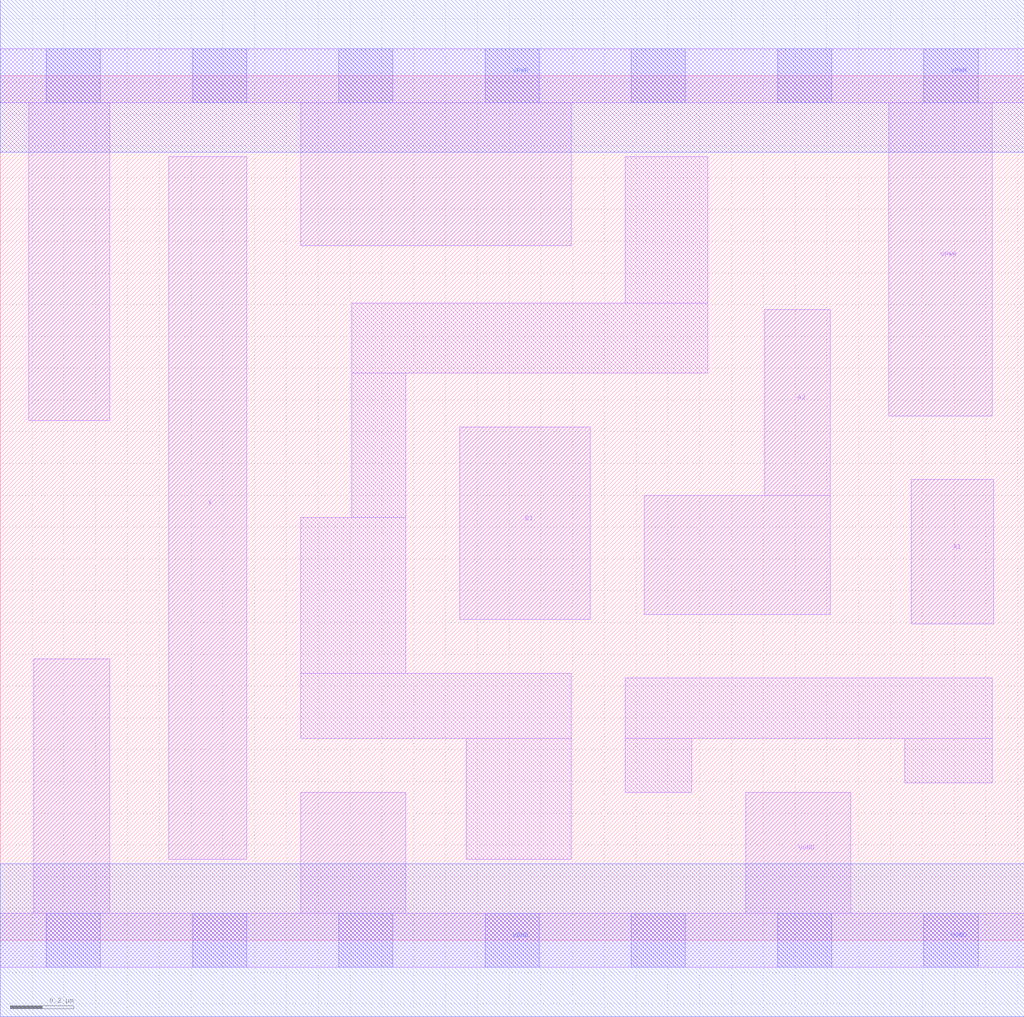
<source format=lef>
# Copyright 2020 The SkyWater PDK Authors
#
# Licensed under the Apache License, Version 2.0 (the "License");
# you may not use this file except in compliance with the License.
# You may obtain a copy of the License at
#
#     https://www.apache.org/licenses/LICENSE-2.0
#
# Unless required by applicable law or agreed to in writing, software
# distributed under the License is distributed on an "AS IS" BASIS,
# WITHOUT WARRANTIES OR CONDITIONS OF ANY KIND, either express or implied.
# See the License for the specific language governing permissions and
# limitations under the License.
#
# SPDX-License-Identifier: Apache-2.0

VERSION 5.7 ;
  NAMESCASESENSITIVE ON ;
  NOWIREEXTENSIONATPIN ON ;
  DIVIDERCHAR "/" ;
  BUSBITCHARS "[]" ;
UNITS
  DATABASE MICRONS 200 ;
END UNITS
MACRO sky130_fd_sc_hd__o21a_2
  CLASS CORE ;
  SOURCE USER ;
  FOREIGN sky130_fd_sc_hd__o21a_2 ;
  ORIGIN  0.000000  0.000000 ;
  SIZE  3.220000 BY  2.720000 ;
  SYMMETRY X Y R90 ;
  SITE unithd ;
  PIN A1
    ANTENNAGATEAREA  0.247500 ;
    DIRECTION INPUT ;
    USE SIGNAL ;
    PORT
      LAYER li1 ;
        RECT 2.865000 0.995000 3.125000 1.450000 ;
    END
  END A1
  PIN A2
    ANTENNAGATEAREA  0.247500 ;
    DIRECTION INPUT ;
    USE SIGNAL ;
    PORT
      LAYER li1 ;
        RECT 2.025000 1.025000 2.610000 1.400000 ;
        RECT 2.405000 1.400000 2.610000 1.985000 ;
    END
  END A2
  PIN B1
    ANTENNAGATEAREA  0.247500 ;
    DIRECTION INPUT ;
    USE SIGNAL ;
    PORT
      LAYER li1 ;
        RECT 1.445000 1.010000 1.855000 1.615000 ;
    END
  END B1
  PIN X
    ANTENNADIFFAREA  0.453750 ;
    DIRECTION OUTPUT ;
    USE SIGNAL ;
    PORT
      LAYER li1 ;
        RECT 0.530000 0.255000 0.775000 2.465000 ;
    END
  END X
  PIN VGND
    DIRECTION INOUT ;
    SHAPE ABUTMENT ;
    USE GROUND ;
    PORT
      LAYER li1 ;
        RECT 0.000000 -0.085000 3.220000 0.085000 ;
        RECT 0.105000  0.085000 0.345000 0.885000 ;
        RECT 0.945000  0.085000 1.275000 0.465000 ;
        RECT 2.345000  0.085000 2.675000 0.465000 ;
      LAYER mcon ;
        RECT 0.145000 -0.085000 0.315000 0.085000 ;
        RECT 0.605000 -0.085000 0.775000 0.085000 ;
        RECT 1.065000 -0.085000 1.235000 0.085000 ;
        RECT 1.525000 -0.085000 1.695000 0.085000 ;
        RECT 1.985000 -0.085000 2.155000 0.085000 ;
        RECT 2.445000 -0.085000 2.615000 0.085000 ;
        RECT 2.905000 -0.085000 3.075000 0.085000 ;
      LAYER met1 ;
        RECT 0.000000 -0.240000 3.220000 0.240000 ;
    END
  END VGND
  PIN VPWR
    DIRECTION INOUT ;
    SHAPE ABUTMENT ;
    USE POWER ;
    PORT
      LAYER li1 ;
        RECT 0.000000 2.635000 3.220000 2.805000 ;
        RECT 0.090000 1.635000 0.345000 2.635000 ;
        RECT 0.945000 2.185000 1.795000 2.635000 ;
        RECT 2.795000 1.650000 3.120000 2.635000 ;
      LAYER mcon ;
        RECT 0.145000 2.635000 0.315000 2.805000 ;
        RECT 0.605000 2.635000 0.775000 2.805000 ;
        RECT 1.065000 2.635000 1.235000 2.805000 ;
        RECT 1.525000 2.635000 1.695000 2.805000 ;
        RECT 1.985000 2.635000 2.155000 2.805000 ;
        RECT 2.445000 2.635000 2.615000 2.805000 ;
        RECT 2.905000 2.635000 3.075000 2.805000 ;
      LAYER met1 ;
        RECT 0.000000 2.480000 3.220000 2.960000 ;
    END
  END VPWR
  OBS
    LAYER li1 ;
      RECT 0.945000 0.635000 1.795000 0.840000 ;
      RECT 0.945000 0.840000 1.275000 1.330000 ;
      RECT 1.105000 1.330000 1.275000 1.785000 ;
      RECT 1.105000 1.785000 2.225000 2.005000 ;
      RECT 1.465000 0.255000 1.795000 0.635000 ;
      RECT 1.965000 0.465000 2.175000 0.635000 ;
      RECT 1.965000 0.635000 3.120000 0.825000 ;
      RECT 1.965000 2.005000 2.225000 2.465000 ;
      RECT 2.845000 0.495000 3.120000 0.635000 ;
  END
END sky130_fd_sc_hd__o21a_2

</source>
